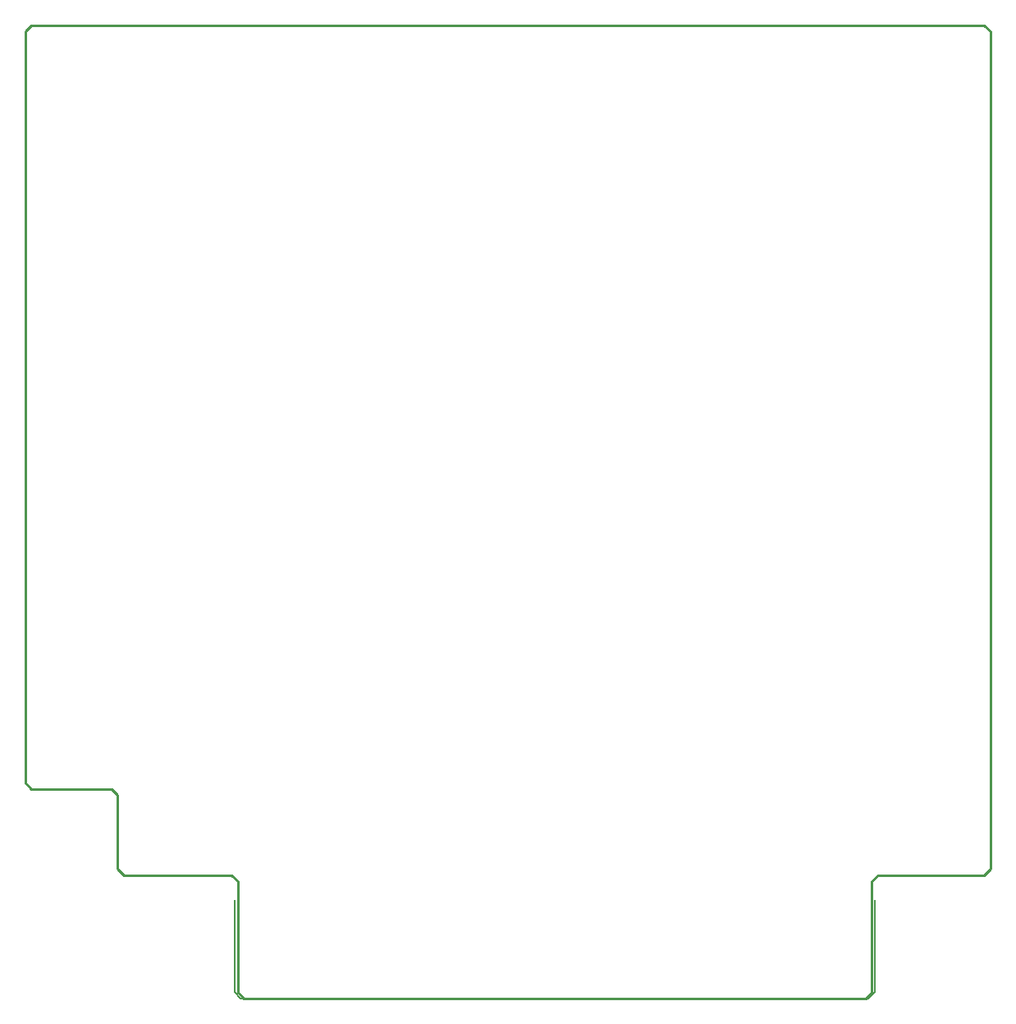
<source format=gko>
G75*
%MOIN*%
%OFA0B0*%
%FSLAX25Y25*%
%IPPOS*%
%LPD*%
%AMOC8*
5,1,8,0,0,1.08239X$1,22.5*
%
%ADD10C,0.01000*%
%ADD11C,0.00500*%
D10*
X0041591Y0055000D02*
X0039091Y0057500D01*
X0039091Y0087500D01*
X0036591Y0090000D01*
X0004091Y0090000D01*
X0001591Y0092500D01*
X0001591Y0397500D01*
X0004091Y0400000D01*
X0391091Y0400000D01*
X0393591Y0397500D01*
X0393591Y0057500D01*
X0391091Y0055000D01*
X0347841Y0055000D01*
X0345341Y0052500D01*
X0345341Y0007500D01*
X0342841Y0005000D01*
X0090341Y0005000D01*
X0087841Y0007500D01*
X0087841Y0052500D01*
X0085341Y0055000D01*
X0041591Y0055000D01*
D11*
X0086591Y0045000D02*
X0086591Y0007500D01*
X0089091Y0005000D01*
X0344091Y0005000D01*
X0346591Y0007500D01*
X0346591Y0045000D01*
M02*

</source>
